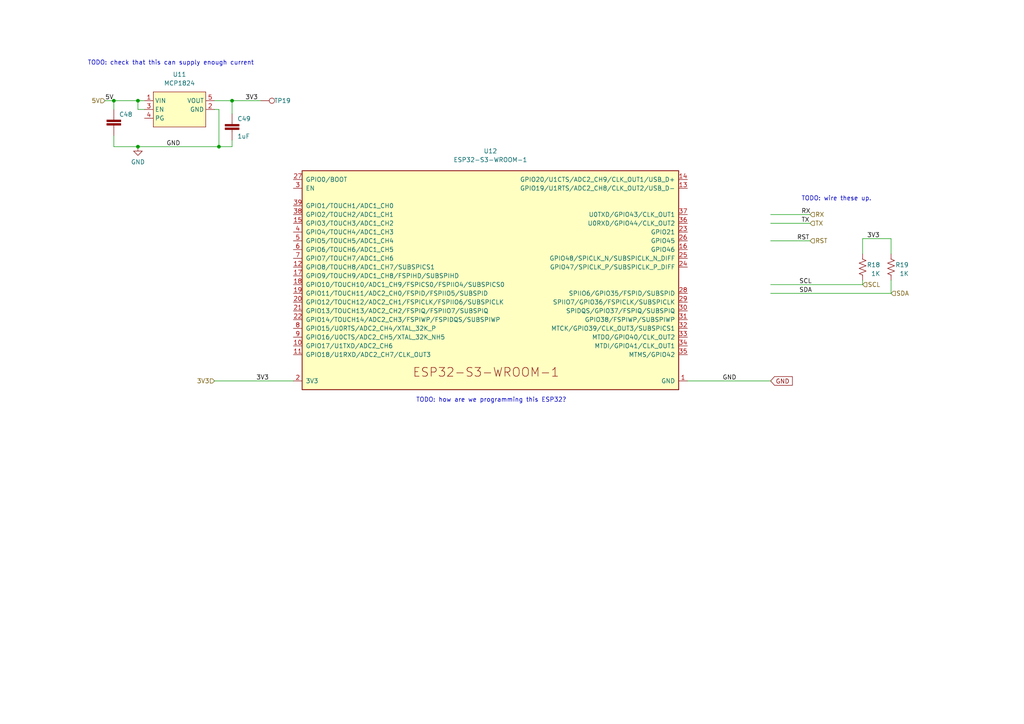
<source format=kicad_sch>
(kicad_sch (version 20211123) (generator eeschema)
  (paper "A4")
  (lib_symbols
    (symbol "Connector:TestPoint" (pin_numbers hide) (pin_names (offset 0.762) hide)
      (property "Reference" "TP" (at 0 6.858 0))
      (property "Value" "TestPoint" (at 0 5.08 0))
      (symbol "TestPoint_0_1"
        (circle (center 0 3.302) (radius 0.762))
      )
      (symbol "TestPoint_1_1"
        (pin passive line (at 0 0 90) (length 2.54) (name "1") (number "1"))
      )
    )
    (symbol "DayMiner-eagle-import:CAP0402"
      (property "Reference" "C" (at 1.524 2.921 0))
      (property "Value" "CAP0402" (at 1.524 -2.159 0))
      (symbol "CAP0402_1_0"
        (rectangle (start -2.032 0.508) (end 2.032 1.016) (fill (type outline)))
        (rectangle (start -2.032 1.524) (end 2.032 2.032) (fill (type outline)))
        (polyline (pts (xy 0 0) (xy 0 0.508)) (stroke (width 0.1524)))
        (polyline (pts (xy 0 2.54) (xy 0 2.032)) (stroke (width 0.1524)))
        (pin passive line (at 0 5.08 270) (length 2.54) (name "1") (number "1"))
        (pin passive line (at 0 -2.54 90) (length 2.54) (name "2") (number "2"))
      )
    )
    (symbol "Device:R_US" (pin_numbers hide) (pin_names (offset 0))
      (property "Reference" "R" (at 2.54 0 90))
      (property "Value" "R_US" (at -2.54 0 90))
      (symbol "R_US_0_1"
        (polyline (pts (xy 0 -2.286) (xy 0 -2.54)))
        (polyline (pts (xy 0 2.286) (xy 0 2.54)))
        (polyline (pts (xy 0 -0.762) (xy 1.016 -1.143) (xy 0 -1.524) (xy -1.016 -1.905) (xy 0 -2.286)))
        (polyline (pts (xy 0 0.762) (xy 1.016 0.381) (xy 0 0) (xy -1.016 -0.381) (xy 0 -0.762)))
        (polyline (pts (xy 0 2.286) (xy 1.016 1.905) (xy 0 1.524) (xy -1.016 1.143) (xy 0 0.762)))
      )
      (symbol "R_US_1_1"
        (pin passive line (at 0 3.81 270) (length 1.27) (name "~") (number "1"))
        (pin passive line (at 0 -3.81 90) (length 1.27) (name "~") (number "2"))
      )
    )
    (symbol "Espressif:ESP32-S3-WROOM-1" (pin_names (offset 1.016))
      (property "Reference" "U" (at -53.34 38.1 0))
      (property "Value" "ESP32-S3-WROOM-1" (at -53.34 35.56 0))
      (symbol "ESP32-S3-WROOM-1_0_0"
        (rectangle (start -53.34 33.02) (end 55.88 -30.48) (stroke (width 0.254)) (fill (type background)))
        (text "ESP32-S3-WROOM-1" (at 0 -25.4 0) (effects (font (size 2.54 2.54))))
        (pin power_in line (at 58.42 -27.94 180) (length 2.54) (name "GND") (number "1"))
        (pin bidirectional line (at -55.88 -17.78 0) (length 2.54) (name "GPIO17/U1TXD/ADC2_CH6") (number "10"))
        (pin bidirectional line (at -55.88 -20.32 0) (length 2.54) (name "GPIO18/U1RXD/ADC2_CH7/CLK_OUT3") (number "11"))
        (pin bidirectional line (at -55.88 5.08 0) (length 2.54) (name "GPIO8/TOUCH8/ADC1_CH7/SUBSPICS1") (number "12"))
        (pin bidirectional line (at 58.42 27.94 180) (length 2.54) (name "GPIO19/U1RTS/ADC2_CH8/CLK_OUT2/USB_D-") (number "13"))
        (pin bidirectional line (at 58.42 30.48 180) (length 2.54) (name "GPIO20/U1CTS/ADC2_CH9/CLK_OUT1/USB_D+") (number "14"))
        (pin bidirectional line (at -55.88 17.78 0) (length 2.54) (name "GPIO3/TOUCH3/ADC1_CH2") (number "15"))
        (pin bidirectional line (at 58.42 10.16 180) (length 2.54) (name "GPIO46") (number "16"))
        (pin bidirectional line (at -55.88 2.54 0) (length 2.54) (name "GPIO9/TOUCH9/ADC1_CH8/FSPIHD/SUBSPIHD") (number "17"))
        (pin bidirectional line (at -55.88 0 0) (length 2.54) (name "GPIO10/TOUCH10/ADC1_CH9/FSPICS0/FSPIIO4/SUBSPICS0") (number "18"))
        (pin bidirectional line (at -55.88 -2.54 0) (length 2.54) (name "GPIO11/TOUCH11/ADC2_CH0/FSPID/FSPIIO5/SUBSPID") (number "19"))
        (pin power_in line (at -55.88 -27.94 0) (length 2.54) (name "3V3") (number "2"))
        (pin bidirectional line (at -55.88 -5.08 0) (length 2.54) (name "GPIO12/TOUCH12/ADC2_CH1/FSPICLK/FSPIIO6/SUBSPICLK") (number "20"))
        (pin bidirectional line (at -55.88 -7.62 0) (length 2.54) (name "GPIO13/TOUCH13/ADC2_CH2/FSPIQ/FSPIIO7/SUBSPIQ") (number "21"))
        (pin bidirectional line (at -55.88 -10.16 0) (length 2.54) (name "GPIO14/TOUCH14/ADC2_CH3/FSPIWP/FSPIDQS/SUBSPIWP") (number "22"))
        (pin bidirectional line (at 58.42 15.24 180) (length 2.54) (name "GPIO21") (number "23"))
        (pin bidirectional line (at 58.42 5.08 180) (length 2.54) (name "GPIO47/SPICLK_P/SUBSPICLK_P_DIFF") (number "24"))
        (pin bidirectional line (at 58.42 7.62 180) (length 2.54) (name "GPIO48/SPICLK_N/SUBSPICLK_N_DIFF") (number "25"))
        (pin bidirectional line (at 58.42 12.7 180) (length 2.54) (name "GPIO45") (number "26"))
        (pin bidirectional line (at -55.88 30.48 0) (length 2.54) (name "GPIO0/BOOT") (number "27"))
        (pin bidirectional line (at 58.42 -2.54 180) (length 2.54) (name "SPIIO6/GPIO35/FSPID/SUBSPID") (number "28"))
        (pin bidirectional line (at 58.42 -5.08 180) (length 2.54) (name "SPIIO7/GPIO36/FSPICLK/SUBSPICLK") (number "29"))
        (pin input line (at -55.88 27.94 0) (length 2.54) (name "EN") (number "3"))
        (pin bidirectional line (at 58.42 -7.62 180) (length 2.54) (name "SPIDQS/GPIO37/FSPIQ/SUBSPIQ") (number "30"))
        (pin bidirectional line (at 58.42 -10.16 180) (length 2.54) (name "GPIO38/FSPIWP/SUBSPIWP") (number "31"))
        (pin bidirectional line (at 58.42 -12.7 180) (length 2.54) (name "MTCK/GPIO39/CLK_OUT3/SUBSPICS1") (number "32"))
        (pin bidirectional line (at 58.42 -15.24 180) (length 2.54) (name "MTDO/GPIO40/CLK_OUT2") (number "33"))
        (pin bidirectional line (at 58.42 -17.78 180) (length 2.54) (name "MTDI/GPIO41/CLK_OUT1") (number "34"))
        (pin bidirectional line (at 58.42 -20.32 180) (length 2.54) (name "MTMS/GPIO42") (number "35"))
        (pin bidirectional line (at 58.42 17.78 180) (length 2.54) (name "U0RXD/GPIO44/CLK_OUT2") (number "36"))
        (pin bidirectional line (at 58.42 20.32 180) (length 2.54) (name "U0TXD/GPIO43/CLK_OUT1") (number "37"))
        (pin bidirectional line (at -55.88 20.32 0) (length 2.54) (name "GPIO2/TOUCH2/ADC1_CH1") (number "38"))
        (pin bidirectional line (at -55.88 22.86 0) (length 2.54) (name "GPIO1/TOUCH1/ADC1_CH0") (number "39"))
        (pin bidirectional line (at -55.88 15.24 0) (length 2.54) (name "GPIO4/TOUCH4/ADC1_CH3") (number "4"))
        (pin passive line (at 58.42 -27.94 180) (length 2.54) hide (name "GND") (number "40"))
        (pin passive line (at 58.42 -27.94 180) (length 2.54) hide (name "GND") (number "41"))
        (pin bidirectional line (at -55.88 12.7 0) (length 2.54) (name "GPIO5/TOUCH5/ADC1_CH4") (number "5"))
        (pin bidirectional line (at -55.88 10.16 0) (length 2.54) (name "GPIO6/TOUCH6/ADC1_CH5") (number "6"))
        (pin bidirectional line (at -55.88 7.62 0) (length 2.54) (name "GPIO7/TOUCH7/ADC1_CH6") (number "7"))
        (pin bidirectional line (at -55.88 -12.7 0) (length 2.54) (name "GPIO15/U0RTS/ADC2_CH4/XTAL_32K_P") (number "8"))
        (pin bidirectional line (at -55.88 -15.24 0) (length 2.54) (name "GPIO16/U0CTS/ADC2_CH5/XTAL_32K_NH5") (number "9"))
      )
    )
    (symbol "bitaxe:MCP1824"
      (property "Reference" "U" (at -7.62 5.08 0))
      (property "Value" "MCP1824" (at 5.08 5.08 0))
      (symbol "MCP1824_0_1"
        (rectangle (start -7.62 3.81) (end 7.62 -6.35) (stroke (width 0.1524)) (fill (type background)))
      )
      (symbol "MCP1824_1_0"
        (pin bidirectional line (at -10.16 1.27 0) (length 2.54) (name "VIN") (number "1"))
        (pin bidirectional line (at 10.16 -1.27 180) (length 2.54) (name "GND") (number "2"))
        (pin bidirectional line (at -10.16 -1.27 0) (length 2.54) (name "EN") (number "3"))
        (pin bidirectional line (at -10.16 -3.81 0) (length 2.54) (name "PG") (number "4"))
        (pin bidirectional line (at 10.16 1.27 180) (length 2.54) (name "VOUT") (number "5"))
      )
    )
    (symbol "power:GND" (power) (pin_names (offset 0))
      (property "Value" "GND" (at 0 -3.81 0))
      (symbol "GND_0_1"
        (polyline (pts (xy 0 0) (xy 0 -1.27) (xy 1.27 -1.27) (xy 0 -2.54) (xy -1.27 -1.27) (xy 0 -1.27)))
      )
      (symbol "GND_1_1"
        (pin power_in line (at 0 0 270) (length 0) hide (name "GND") (number "1"))
      )
    )
  )
  (junction (at 67.31 29.21) (diameter 0.9144))
  (junction (at 33.02 29.21) (diameter 0.9144))
  (junction (at 40.005 29.21))
  (junction (at 63.5 42.545) (diameter 0.9144))
  (junction (at 40.005 42.545))
  (wire (pts (xy 63.5 42.545) (xy 40.005 42.545)))
  (wire (pts (xy 223.52 85.09) (xy 258.445 85.09)))
  (wire (pts (xy 67.31 29.21) (xy 75.565 29.21)))
  (wire (pts (xy 223.52 82.55) (xy 250.19 82.55)))
  (wire (pts (xy 258.445 81.28) (xy 258.445 85.09)))
  (wire (pts (xy 223.52 62.23) (xy 234.95 62.23)))
  (wire (pts (xy 258.445 69.215) (xy 258.445 73.66)))
  (wire (pts (xy 250.19 69.215) (xy 250.19 73.66)))
  (wire (pts (xy 223.52 69.85) (xy 234.95 69.85)))
  (wire (pts (xy 40.005 31.75) (xy 41.91 31.75)))
  (wire (pts (xy 40.005 31.75) (xy 40.005 29.21)))
  (wire (pts (xy 33.02 29.21) (xy 40.005 29.21)))
  (wire (pts (xy 67.31 29.21) (xy 67.31 33.02)))
  (wire (pts (xy 250.19 69.215) (xy 258.445 69.215)))
  (wire (pts (xy 223.52 64.77) (xy 234.95 64.77)))
  (wire (pts (xy 67.31 40.64) (xy 67.31 42.545)))
  (wire (pts (xy 67.31 42.545) (xy 63.5 42.545)))
  (wire (pts (xy 63.5 31.75) (xy 62.23 31.75)))
  (wire (pts (xy 63.5 31.75) (xy 63.5 42.545)))
  (wire (pts (xy 62.23 29.21) (xy 67.31 29.21)))
  (wire (pts (xy 199.39 110.49) (xy 223.52 110.49)))
  (wire (pts (xy 40.005 29.21) (xy 41.91 29.21)))
  (wire (pts (xy 33.02 29.21) (xy 33.02 31.75)))
  (wire (pts (xy 33.02 39.37) (xy 33.02 42.545)))
  (wire (pts (xy 30.48 29.21) (xy 33.02 29.21)))
  (wire (pts (xy 250.19 81.28) (xy 250.19 82.55)))
  (wire (pts (xy 62.23 110.49) (xy 85.09 110.49)))
  (wire (pts (xy 40.005 42.545) (xy 33.02 42.545)))
  (text "TODO: wire these up." (at 232.41 58.42 0) (effects (font (size 1.27 1.27)) (justify left bottom)))
  (text "TODO: check that this can supply enough current" (at 25.4 19.05 0) (effects (font (size 1.27 1.27)) (justify left bottom)))
  (text "TODO: how are we programming this ESP32?" (at 120.65 116.84 0) (effects (font (size 1.27 1.27)) (justify left bottom)))
  (label "5V" (at 30.48 29.21 0))
  (label "RX" (at 232.41 62.23 0))
  (label "RST" (at 231.14 69.85 0))
  (label "3V3" (at 74.295 110.49 0))
  (label "3V3" (at 251.46 69.215 0))
  (label "SDA" (at 231.775 85.09 0))
  (label "SCL" (at 231.775 82.55 0))
  (label "GND" (at 209.55 110.49 0))
  (label "TX" (at 232.41 64.77 0))
  (label "3V3" (at 71.12 29.21 0))
  (label "GND" (at 48.26 42.545 0))
  (global_label "GND" (shape input) (at 223.52 110.49 0) (property "Intersheet References" "${INTERSHEET_REFS}" (effects hide)))
  (hierarchical_label "TX" (shape input) (at 234.95 64.77 0))
  (hierarchical_label "RX" (shape input) (at 234.95 62.23 0))
  (hierarchical_label "3V3" (shape input) (at 62.23 110.49 180))
  (hierarchical_label "SCL" (shape input) (at 250.19 82.55 0))
  (hierarchical_label "RST" (shape input) (at 234.95 69.85 0))
  (hierarchical_label "SDA" (shape input) (at 258.445 85.09 0))
  (hierarchical_label "5V" (shape input) (at 30.48 29.21 180))
  (symbol (lib_id "Device:R_US") (at 250.19 77.47 180) (unit 1)
    (property "Reference" "R18" (at 253.365 76.835 0))
    (property "Value" "1K" (at 254 79.375 0))
    (property "Footprint" "Resistor_SMD:R_0402_1005Metric" (effects hide))
    (property "DK" "YAG2306CT-ND" (effects hide))
  )
  (symbol (lib_id "Device:R_US") (at 258.445 77.47 180) (unit 1)
    (property "Reference" "R19" (at 261.62 76.835 0))
    (property "Value" "1K" (at 262.255 79.375 0))
    (property "Footprint" "Resistor_SMD:R_0402_1005Metric" (effects hide))
    (property "DK" "YAG2306CT-ND" (effects hide))
  )
  (symbol (lib_id "bitaxe:MCP1824") (at 52.07 30.48 0) (unit 1)
    (property "Reference" "U11" (at 52.07 21.59 0))
    (property "Value" "MCP1824" (at 52.07 24.13 0))
    (property "Footprint" "Package_TO_SOT_SMD:SOT-23-5" (effects hide))
    (property "Datasheet" "https://ww1.microchip.com/downloads/en/DeviceDoc/22070a.pdf" (effects hide))
    (property "PARTNO" "MCP1824T-3302E/OT" (effects hide))
    (property "DK" "MCP1824T-3302E/OTCT-ND" (effects hide))
  )
  (symbol (lib_id "power:GND") (at 40.005 42.545 0) (mirror y) (unit 1)
    (property "Reference" "#PWR05" (effects hide))
    (property "Value" "GND" (at 40.005 46.99 0))
  )
  (symbol (lib_id "DayMiner-eagle-import:CAP0402") (at 67.31 38.1 0) (unit 1)
    (property "Reference" "C49" (at 68.834 35.179 0) (effects (justify left bottom)))
    (property "Value" "1uF" (at 68.834 40.259 0) (effects (justify left bottom)))
    (property "Footprint" "Capacitor_SMD:C_0402_1005Metric" (effects hide))
    (property "DK" "587-5514-1-ND" (effects hide))
  )
  (symbol (lib_id "DayMiner-eagle-import:CAP0402") (at 33.02 36.83 0) (unit 1)
    (property "Reference" "C48" (at 34.544 33.909 0) (effects (justify left bottom)))
    (property "Value" "0.1uF" (at 34.544 38.989 0) (effects (justify left bottom)))
    (property "Footprint" "Capacitor_SMD:C_0402_1005Metric" (effects hide))
    (property "Value" "311-3342-1-ND" (effects hide))
    (property "DK" "1292-1639-1-ND" (effects hide))
  )
  (symbol (lib_id "Connector:TestPoint") (at 75.565 29.21 270) (mirror x) (unit 1)
    (property "Reference" "TP19" (at 81.915 29.21 90))
    (property "Value" "TestPoint" (effects hide))
    (property "Footprint" "TestPoint:TestPoint_Pad_D1.5mm" (effects hide))
    (property "DNP" "T" (effects hide))
  )
  (symbol (lib_id "Espressif:ESP32-S3-WROOM-1") (at 140.97 82.55 0) (unit 1)
    (property "Reference" "U12" (at 142.24 43.815 0))
    (property "Value" "ESP32-S3-WROOM-1" (at 142.24 46.355 0))
    (property "Footprint" "Espressif:ESP32-S3-WROOM-1" (effects hide))
    (property "Datasheet" "https://www.espressif.com/sites/default/files/documentation/esp32-s3-wroom-1_wroom-1u_datasheet_en.pdf" (effects hide))
    (property "DK" "1965-ESP32-S3-WROOM-1-N16R8CT-ND" (effects hide))
    (property "PARTNO" "ESP32-S3-WROOM-1-N16R8" (effects hide))
  )
)
</source>
